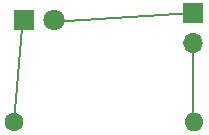
<source format=gbr>
%TF.GenerationSoftware,KiCad,Pcbnew,8.0.2-1*%
%TF.CreationDate,2024-05-29T18:32:06-05:00*%
%TF.ProjectId,HW11,48573131-2e6b-4696-9361-645f70636258,rev?*%
%TF.SameCoordinates,Original*%
%TF.FileFunction,Copper,L1,Top*%
%TF.FilePolarity,Positive*%
%FSLAX46Y46*%
G04 Gerber Fmt 4.6, Leading zero omitted, Abs format (unit mm)*
G04 Created by KiCad (PCBNEW 8.0.2-1) date 2024-05-29 18:32:06*
%MOMM*%
%LPD*%
G01*
G04 APERTURE LIST*
%TA.AperFunction,Conductor*%
%ADD10C,0.200000*%
%TD*%
%TA.AperFunction,ComponentPad*%
%ADD11R,1.700000X1.700000*%
%TD*%
%TA.AperFunction,ComponentPad*%
%ADD12O,1.700000X1.700000*%
%TD*%
%TA.AperFunction,ComponentPad*%
%ADD13R,1.800000X1.800000*%
%TD*%
%TA.AperFunction,ComponentPad*%
%ADD14C,1.800000*%
%TD*%
%TA.AperFunction,ComponentPad*%
%ADD15C,1.600000*%
%TD*%
%TA.AperFunction,ComponentPad*%
%ADD16O,1.600000X1.600000*%
%TD*%
G04 APERTURE END LIST*
D10*
%TO.N,Net-(BT1--)*%
X120000000Y-98000000D02*
X120000000Y-104500000D01*
%TO.N,Net-(D1-K)*%
X105500000Y-97000000D02*
X104880000Y-105000000D01*
%TO.N,Net-(BT1-+)*%
X108000000Y-96500000D02*
X120000000Y-95725000D01*
%TD*%
D11*
%TO.P,BT1,1,+*%
%TO.N,Net-(BT1-+)*%
X120000000Y-95725000D03*
D12*
%TO.P,BT1,2,-*%
%TO.N,Net-(BT1--)*%
X120000000Y-98265000D03*
%TD*%
D13*
%TO.P,D1,1,K*%
%TO.N,Net-(D1-K)*%
X105660000Y-96300000D03*
D14*
%TO.P,D1,2,A*%
%TO.N,Net-(BT1-+)*%
X108200000Y-96300000D03*
%TD*%
D15*
%TO.P,R1,1*%
%TO.N,Net-(D1-K)*%
X104880000Y-105000000D03*
D16*
%TO.P,R1,2*%
%TO.N,Net-(BT1--)*%
X120120000Y-105000000D03*
%TD*%
M02*

</source>
